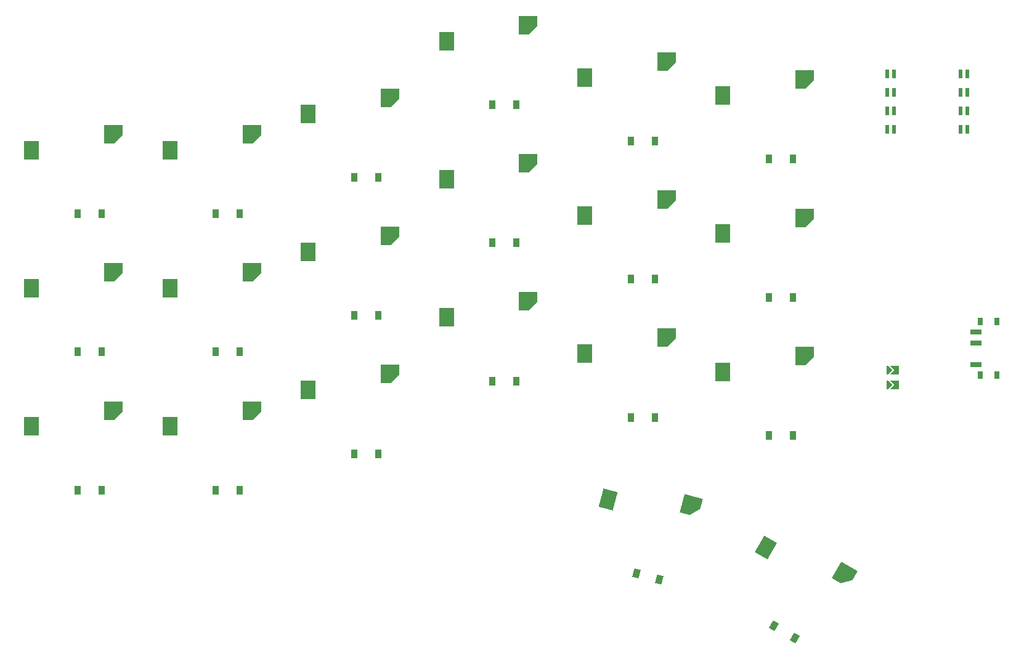
<source format=gbr>
%TF.GenerationSoftware,KiCad,Pcbnew,8.0.6*%
%TF.CreationDate,2024-12-04T22:19:36+00:00*%
%TF.ProjectId,prototype_routed,70726f74-6f74-4797-9065-5f726f757465,v1.0.0*%
%TF.SameCoordinates,Original*%
%TF.FileFunction,Paste,Top*%
%TF.FilePolarity,Positive*%
%FSLAX46Y46*%
G04 Gerber Fmt 4.6, Leading zero omitted, Abs format (unit mm)*
G04 Created by KiCad (PCBNEW 8.0.6) date 2024-12-04 22:19:36*
%MOMM*%
%LPD*%
G01*
G04 APERTURE LIST*
G04 Aperture macros list*
%AMRotRect*
0 Rectangle, with rotation*
0 The origin of the aperture is its center*
0 $1 length*
0 $2 width*
0 $3 Rotation angle, in degrees counterclockwise*
0 Add horizontal line*
21,1,$1,$2,0,0,$3*%
%AMOutline5P*
0 Free polygon, 5 corners , with rotation*
0 The origin of the aperture is its center*
0 number of corners: always 5*
0 $1 to $10 corner X, Y*
0 $11 Rotation angle, in degrees counterclockwise*
0 create outline with 5 corners*
4,1,5,$1,$2,$3,$4,$5,$6,$7,$8,$9,$10,$1,$2,$11*%
%AMOutline6P*
0 Free polygon, 6 corners , with rotation*
0 The origin of the aperture is its center*
0 number of corners: always 6*
0 $1 to $12 corner X, Y*
0 $13 Rotation angle, in degrees counterclockwise*
0 create outline with 6 corners*
4,1,6,$1,$2,$3,$4,$5,$6,$7,$8,$9,$10,$11,$12,$1,$2,$13*%
%AMOutline7P*
0 Free polygon, 7 corners , with rotation*
0 The origin of the aperture is its center*
0 number of corners: always 7*
0 $1 to $14 corner X, Y*
0 $15 Rotation angle, in degrees counterclockwise*
0 create outline with 7 corners*
4,1,7,$1,$2,$3,$4,$5,$6,$7,$8,$9,$10,$11,$12,$13,$14,$1,$2,$15*%
%AMOutline8P*
0 Free polygon, 8 corners , with rotation*
0 The origin of the aperture is its center*
0 number of corners: always 8*
0 $1 to $16 corner X, Y*
0 $17 Rotation angle, in degrees counterclockwise*
0 create outline with 8 corners*
4,1,8,$1,$2,$3,$4,$5,$6,$7,$8,$9,$10,$11,$12,$13,$14,$15,$16,$1,$2,$17*%
%AMFreePoly0*
4,1,6,0.600000,-1.000000,0.000000,-0.400000,-0.600000,-1.000000,-0.600000,0.250000,0.600000,0.250000,0.600000,-1.000000,0.600000,-1.000000,$1*%
%AMFreePoly1*
4,1,6,0.600000,-0.200000,0.600000,-0.400000,-0.600000,-0.400000,-0.600000,-0.200000,0.000000,0.400000,0.600000,-0.200000,0.600000,-0.200000,$1*%
G04 Aperture macros list end*
%ADD10R,0.900000X1.200000*%
%ADD11R,0.800000X1.000000*%
%ADD12R,1.500000X0.700000*%
%ADD13RotRect,0.900000X1.200000X165.000000*%
%ADD14FreePoly0,270.000000*%
%ADD15FreePoly1,270.000000*%
%ADD16RotRect,0.900000X1.200000X150.000000*%
%ADD17R,0.600000X1.200000*%
%ADD18Outline5P,-1.300000X1.300000X1.300000X1.300000X1.300000X-0.117000X0.117000X-1.300000X-1.300000X-1.300000X0.000000*%
%ADD19R,2.000000X2.600000*%
%ADD20Outline5P,-1.300000X1.300000X1.300000X1.300000X1.300000X-0.117000X0.117000X-1.300000X-1.300000X-1.300000X330.000000*%
%ADD21RotRect,2.000000X2.600000X330.000000*%
%ADD22Outline5P,-1.300000X1.300000X1.300000X1.300000X1.300000X-0.117000X0.117000X-1.300000X-1.300000X-1.300000X345.000000*%
%ADD23RotRect,2.000000X2.600000X345.000000*%
G04 APERTURE END LIST*
D10*
%TO.C,D7*%
X188662500Y-160662501D03*
X185362500Y-160662499D03*
%TD*%
D11*
%TO.C,PWR1*%
X271427498Y-149812500D03*
X271427499Y-142512500D03*
X273637499Y-142512500D03*
X273637499Y-149812500D03*
D12*
X270777499Y-148412500D03*
X270777499Y-145412500D03*
X270777499Y-143912500D03*
%TD*%
D10*
%TO.C,D14*%
X226662500Y-136662500D03*
X223362500Y-136662498D03*
%TD*%
%TO.C,D11*%
X207662499Y-131662501D03*
X204362499Y-131662499D03*
%TD*%
%TO.C,D12*%
X207662501Y-112662501D03*
X204362501Y-112662499D03*
%TD*%
D13*
%TO.C,D19*%
X227312183Y-177919179D03*
X224124627Y-177065079D03*
%TD*%
D10*
%TO.C,D8*%
X188662500Y-141662501D03*
X185362500Y-141662499D03*
%TD*%
%TO.C,D9*%
X188662500Y-122662501D03*
X185362500Y-122662499D03*
%TD*%
%TO.C,D5*%
X169662501Y-146662501D03*
X166362501Y-146662499D03*
%TD*%
%TO.C,D16*%
X245662500Y-158162500D03*
X242362500Y-158162498D03*
%TD*%
D14*
%TO.C,JST1*%
X259928499Y-151162499D03*
X259928499Y-149162499D03*
D15*
X258912499Y-151162500D03*
X258912499Y-149162499D03*
%TD*%
D16*
%TO.C,D20*%
X245892108Y-185967238D03*
X243034224Y-184317240D03*
%TD*%
D10*
%TO.C,D18*%
X245662499Y-120162500D03*
X242362499Y-120162498D03*
%TD*%
%TO.C,D15*%
X226662500Y-117662500D03*
X223362500Y-117662498D03*
%TD*%
%TO.C,D6*%
X169662500Y-127662500D03*
X166362500Y-127662498D03*
%TD*%
%TO.C,D13*%
X226662499Y-155662501D03*
X223362499Y-155662499D03*
%TD*%
%TO.C,D1*%
X150662500Y-165662501D03*
X147362500Y-165662499D03*
%TD*%
%TO.C,D2*%
X150662500Y-146662502D03*
X147362500Y-146662500D03*
%TD*%
%TO.C,D4*%
X169662501Y-165662501D03*
X166362501Y-165662499D03*
%TD*%
%TO.C,D10*%
X207662499Y-150662501D03*
X204362499Y-150662499D03*
%TD*%
%TO.C,D17*%
X245662500Y-139162502D03*
X242362500Y-139162500D03*
%TD*%
%TO.C,D3*%
X150662500Y-127662501D03*
X147362500Y-127662499D03*
%TD*%
D17*
%TO.C,MCU1*%
X258632500Y-116082500D03*
X269592501Y-116082499D03*
X258632500Y-113542500D03*
X269592500Y-113542500D03*
X258632500Y-111002500D03*
X269592500Y-111002500D03*
X258632500Y-108462500D03*
X269592500Y-108462500D03*
X268692500Y-108462500D03*
X268692501Y-111002499D03*
X268692500Y-113542499D03*
X268692500Y-116082501D03*
X259532500Y-116082500D03*
X259532501Y-113542500D03*
X259532500Y-111002500D03*
X259532500Y-108462500D03*
%TD*%
D18*
%TO.C,S11*%
X209287500Y-120712501D03*
D19*
X198037500Y-122912501D03*
%TD*%
D18*
%TO.C,S16*%
X247287500Y-147212499D03*
D19*
X236037500Y-149412499D03*
%TD*%
D18*
%TO.C,S14*%
X228287499Y-125712499D03*
D19*
X217037499Y-127912499D03*
%TD*%
D18*
%TO.C,S13*%
X228287500Y-144712500D03*
D19*
X217037500Y-146912500D03*
%TD*%
D18*
%TO.C,S4*%
X171287500Y-154712500D03*
D19*
X160037500Y-156912500D03*
%TD*%
D18*
%TO.C,S9*%
X190287500Y-111712500D03*
D19*
X179037500Y-113912500D03*
%TD*%
D18*
%TO.C,S15*%
X228287500Y-106712499D03*
D19*
X217037500Y-108912499D03*
%TD*%
D18*
%TO.C,S18*%
X247287501Y-109212500D03*
D19*
X236037501Y-111412500D03*
%TD*%
D18*
%TO.C,S10*%
X209287500Y-139712500D03*
D19*
X198037500Y-141912500D03*
%TD*%
D20*
%TO.C,S20*%
X252774400Y-177296762D03*
D21*
X241931614Y-173577018D03*
%TD*%
D22*
%TO.C,S19*%
X231715881Y-167762874D03*
D23*
X220279814Y-166976196D03*
%TD*%
D18*
%TO.C,S6*%
X171287501Y-116712500D03*
D19*
X160037501Y-118912500D03*
%TD*%
D18*
%TO.C,S2*%
X152287499Y-135712501D03*
D19*
X141037499Y-137912501D03*
%TD*%
D18*
%TO.C,S1*%
X152287499Y-154712500D03*
D19*
X141037499Y-156912500D03*
%TD*%
D18*
%TO.C,S17*%
X247287500Y-128212500D03*
D19*
X236037500Y-130412500D03*
%TD*%
D18*
%TO.C,S8*%
X190287499Y-130712501D03*
D19*
X179037499Y-132912501D03*
%TD*%
D18*
%TO.C,S3*%
X152287500Y-116712501D03*
D19*
X141037500Y-118912501D03*
%TD*%
D18*
%TO.C,S12*%
X209287499Y-101712500D03*
D19*
X198037499Y-103912500D03*
%TD*%
D18*
%TO.C,S7*%
X190287501Y-149712499D03*
D19*
X179037501Y-151912499D03*
%TD*%
D18*
%TO.C,S5*%
X171287499Y-135712501D03*
D19*
X160037499Y-137912501D03*
%TD*%
M02*

</source>
